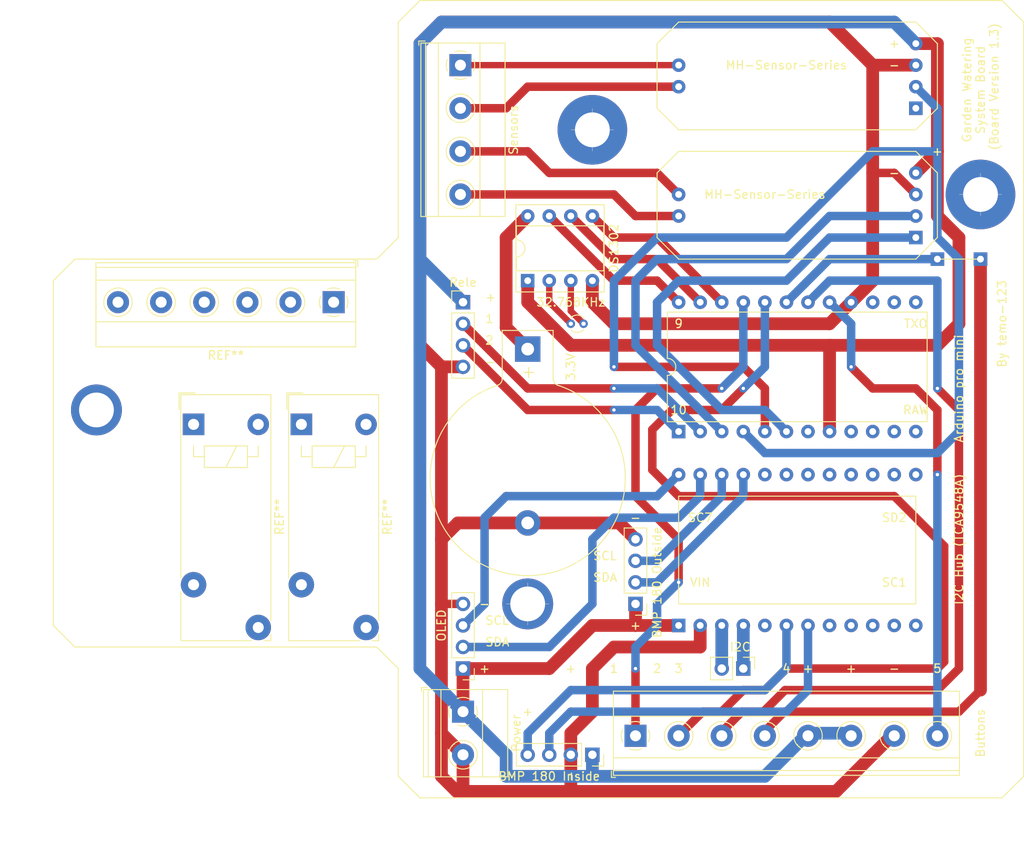
<source format=kicad_pcb>
(kicad_pcb (version 20221018) (generator pcbnew)
  (layers (0 "F.Cu" signal) (31 "B.Cu" signal) (34 "B.Paste" user) (35 "F.Paste" user) (36 "B.SilkS" user "B.Silkscreen") (37 "F.SilkS" user "F.Silkscreen") (38 "B.Mask" user) (39 "F.Mask" user) (44 "Edge.Cuts" user))
  (net 0 "")
  (footprint "" (layer "F.Cu") (at 147.32 86.36)
    (fp_text reference "" (at 0 0) (layer "F.SilkS") (effects (font (size 1.27 1.27))))
    (fp_text value "" (at 0 0) (layer "F.SilkS") (effects (font (size 1.27 1.27))))
    (pad "3" thru_hole oval (at 0 0 90) (size 1.6 1.6) (drill 0.8) (layers "*.Cu" "*.Mask"))
  )
  (footprint "" (layer "F.Cu") (at 127 86.36)
    (fp_text reference "" (at 0 0) (layer "F.SilkS") (effects (font (size 1.27 1.27))))
    (fp_text value "" (at 0 0) (layer "F.SilkS") (effects (font (size 1.27 1.27))))
    (pad "3" thru_hole oval (at 0 0 90) (size 1.6 1.6) (drill 0.8) (layers "*.Cu" "*.Mask"))
  )
  (footprint "" (layer "F.Cu") (at 124.46 40.64)
    (fp_text reference "" (at 0 0) (layer "F.SilkS") (effects (font (size 1.27 1.27))))
    (fp_text value "" (at 0 0) (layer "F.SilkS") (effects (font (size 1.27 1.27))))
    (pad "5" thru_hole oval (at 0 0 90) (size 1.6 1.6) (drill 0.8) (layers "*.Cu" "*.Mask"))
  )
  (footprint "" (layer "F.Cu") (at 134.62 86.36)
    (fp_text reference "" (at 0 0) (layer "F.SilkS") (effects (font (size 1.27 1.27))))
    (fp_text value "" (at 0 0) (layer "F.SilkS") (effects (font (size 1.27 1.27))))
    (pad "3" thru_hole oval (at 0 0 90) (size 1.6 1.6) (drill 0.8) (layers "*.Cu" "*.Mask"))
  )
  (footprint "Relay_THT:Relay_1-Form-A_Schrack-RYII_RM5mm" (layer "F.Cu") (at 67.32 80.44 -90)
    (fp_text reference "REF**" (at 10.9 -10.12 90) (layer "F.SilkS"))
    (fp_text value "Relay_1-Form-A_Schrack-RYII_RM5mm")
    (pad "11" thru_hole circle (at 18.9 0 270) (size 3 3) (drill 1.3) (layers "*.Cu" "*.Mask"))
    (pad "14" thru_hole circle (at 23.94 -7.62 270) (size 3 3) (drill 1.3) (layers "*.Cu" "*.Mask"))
    (pad "A1" thru_hole rect (at 0 0 270) (size 2.54 2.54) (drill 1.3) (layers "*.Cu" "*.Mask"))
    (pad "A2" thru_hole circle (at 0 -7.62 270) (size 2.54 2.54) (drill 1.3) (layers "*.Cu" "*.Mask"))
  )
  (footprint "TerminalBlock_Phoenix:TerminalBlock_Phoenix_MKDS-1,5-2-5.08_1x02_P5.08mm_Horizontal" (layer "F.Cu") (at 99.06 114.3 -90)
    (fp_text reference "Power" (at 2.54 -6.26 90) (layer "F.SilkS"))
    (fp_text value "Sensors")
    (pad "1" thru_hole rect (at 0 0 270) (size 2.6 2.6) (drill 1.3) (layers "*.Cu" "*.Mask"))
    (pad "2" thru_hole circle (at 5.08 0 270) (size 2.6 2.6) (drill 1.3) (layers "*.Cu" "*.Mask"))
  )
  (footprint "" (layer "F.Cu") (at 134.62 104.14)
    (fp_text reference "" (at 0 0) (layer "F.SilkS") (effects (font (size 1.27 1.27))))
    (fp_text value "" (at 0 0) (layer "F.SilkS") (effects (font (size 1.27 1.27))))
    (pad "3" thru_hole oval (at 0 0 90) (size 1.6 1.6) (drill 0.8) (layers "*.Cu" "*.Mask"))
  )
  (footprint "Connector_PinHeader_2.54mm:PinHeader_1x04_P2.54mm_Vertical" (layer "F.Cu") (at 99.06 66.04)
    (fp_text reference "Rele" (at 0 -2.33) (layer "F.SilkS"))
    (fp_text value "Rele")
    (pad "1" thru_hole rect (at 0 0) (size 1.7 1.7) (drill 1) (layers "*.Cu" "*.Mask"))
    (pad "2" thru_hole oval (at 0 2.54) (size 1.7 1.7) (drill 1) (layers "*.Cu" "*.Mask"))
    (pad "3" thru_hole oval (at 0 5.08) (size 1.7 1.7) (drill 1) (layers "*.Cu" "*.Mask"))
    (pad "4" thru_hole oval (at 0 7.62) (size 1.7 1.7) (drill 1) (layers "*.Cu" "*.Mask"))
  )
  (footprint "" (layer "F.Cu") (at 144.78 86.36)
    (fp_text reference "" (at 0 0) (layer "F.SilkS") (effects (font (size 1.27 1.27))))
    (fp_text value "" (at 0 0) (layer "F.SilkS") (effects (font (size 1.27 1.27))))
    (pad "3" thru_hole oval (at 0 0 90) (size 1.6 1.6) (drill 0.8) (layers "*.Cu" "*.Mask"))
  )
  (footprint "" (layer "F.Cu") (at 127 104.14)
    (fp_text reference "" (at 0 0) (layer "F.SilkS") (effects (font (size 1.27 1.27))))
    (fp_text value "" (at 0 0) (layer "F.SilkS") (effects (font (size 1.27 1.27))))
    (pad "3" thru_hole oval (at 0 0 90) (size 1.6 1.6) (drill 0.8) (layers "*.Cu" "*.Mask"))
  )
  (footprint "" (layer "F.Cu") (at 152.4 43.18)
    (fp_text reference "" (at 0 0) (layer "F.SilkS") (effects (font (size 1.27 1.27))))
    (fp_text value "" (at 0 0) (layer "F.SilkS") (effects (font (size 1.27 1.27))))
    (pad "1" thru_hole rect (at 0 0 90) (size 1.6 1.6) (drill 0.8) (layers "*.Cu" "*.Mask"))
  )
  (footprint "" (layer "F.Cu") (at 124.46 86.36)
    (fp_text reference "" (at 0 0) (layer "F.SilkS") (effects (font (size 1.27 1.27))))
    (fp_text value "" (at 0 0) (layer "F.SilkS") (effects (font (size 1.27 1.27))))
    (pad "3" thru_hole oval (at 0 0 90) (size 1.6 1.6) (drill 0.8) (layers "*.Cu" "*.Mask"))
  )
  (footprint "" (layer "F.Cu") (at 137.16 104.14)
    (fp_text reference "" (at 0 0) (layer "F.SilkS") (effects (font (size 1.27 1.27))))
    (fp_text value "" (at 0 0) (layer "F.SilkS") (effects (font (size 1.27 1.27))))
    (pad "3" thru_hole oval (at 0 0 90) (size 1.6 1.6) (drill 0.8) (layers "*.Cu" "*.Mask"))
  )
  (footprint "" (layer "F.Cu") (at 132.08 86.36)
    (fp_text reference "" (at 0 0) (layer "F.SilkS") (effects (font (size 1.27 1.27))))
    (fp_text value "" (at 0 0) (layer "F.SilkS") (effects (font (size 1.27 1.27))))
    (pad "3" thru_hole oval (at 0 0 90) (size 1.6 1.6) (drill 0.8) (layers "*.Cu" "*.Mask"))
  )
  (footprint "" (layer "F.Cu") (at 137.16 86.36)
    (fp_text reference "" (at 0 0) (layer "F.SilkS") (effects (font (size 1.27 1.27))))
    (fp_text value "" (at 0 0) (layer "F.SilkS") (effects (font (size 1.27 1.27))))
    (pad "3" thru_hole oval (at 0 0 90) (size 1.6 1.6) (drill 0.8) (layers "*.Cu" "*.Mask"))
  )
  (footprint "" (layer "F.Cu") (at 154.94 60.96)
    (fp_text reference "" (at 0 0) (layer "F.SilkS") (effects (font (size 1.27 1.27))))
    (fp_text value "" (at 0 0) (layer "F.SilkS") (effects (font (size 1.27 1.27))))
    (pad "1" thru_hole rect (at 0 0 90) (size 1.6 1.6) (drill 0.8) (layers "*.Cu" "*.Mask"))
  )
  (footprint "" (layer "F.Cu") (at 124.46 55.88)
    (fp_text reference "" (at 0 0) (layer "F.SilkS") (effects (font (size 1.27 1.27))))
    (fp_text value "" (at 0 0) (layer "F.SilkS") (effects (font (size 1.27 1.27))))
    (pad "5" thru_hole oval (at 0 0 90) (size 1.6 1.6) (drill 0.8) (layers "*.Cu" "*.Mask"))
  )
  (footprint "Relay_THT:Relay_1-Form-A_Schrack-RYII_RM5mm" (layer "F.Cu") (at 80.02 80.44 -90)
    (fp_text reference "REF**" (at 10.9 -10.12 90) (layer "F.SilkS"))
    (fp_text value "Relay_1-Form-A_Schrack-RYII_RM5mm")
    (pad "11" thru_hole circle (at 18.9 0 270) (size 3 3) (drill 1.3) (layers "*.Cu" "*.Mask"))
    (pad "14" thru_hole circle (at 23.94 -7.62 270) (size 3 3) (drill 1.3) (layers "*.Cu" "*.Mask"))
    (pad "A1" thru_hole rect (at 0 0 270) (size 2.54 2.54) (drill 1.3) (layers "*.Cu" "*.Mask"))
    (pad "A2" thru_hole circle (at 0 -7.62 270) (size 2.54 2.54) (drill 1.3) (layers "*.Cu" "*.Mask"))
  )
  (footprint "" (layer "F.Cu") (at 152.4 53.34)
    (fp_text reference "" (at 0 0) (layer "F.SilkS") (effects (font (size 1.27 1.27))))
    (fp_text value "" (at 0 0) (layer "F.SilkS") (effects (font (size 1.27 1.27))))
    (pad "3" thru_hole oval (at 0 0 90) (size 1.6 1.6) (drill 0.8) (layers "*.Cu" "*.Mask"))
  )
  (footprint "" (layer "F.Cu") (at 129.54 104.14)
    (fp_text reference "" (at 0 0) (layer "F.SilkS") (effects (font (size 1.27 1.27))))
    (fp_text value "" (at 0 0) (layer "F.SilkS") (effects (font (size 1.27 1.27))))
    (pad "3" thru_hole oval (at 0 0 90) (size 1.6 1.6) (drill 0.8) (layers "*.Cu" "*.Mask"))
  )
  (footprint "TerminalBlock_Phoenix:TerminalBlock_Phoenix_MKDS-1,5-4-5.08_1x04_P5.08mm_Horizontal" (layer "F.Cu") (at 98.755 38.1 -90)
    (fp_text reference "Sensors" (at 7.62 -6.26 90) (layer "F.SilkS"))
    (fp_text value "Sensors")
    (pad "1" thru_hole rect (at 0 0 270) (size 2.6 2.6) (drill 1.3) (layers "*.Cu" "*.Mask"))
    (pad "2" thru_hole circle (at 5.08 0 270) (size 2.6 2.6) (drill 1.3) (layers "*.Cu" "*.Mask"))
    (pad "3" thru_hole circle (at 10.16 0 270) (size 2.6 2.6) (drill 1.3) (layers "*.Cu" "*.Mask"))
    (pad "4" thru_hole circle (at 15.24 0 270) (size 2.6 2.6) (drill 1.3) (layers "*.Cu" "*.Mask"))
  )
  (footprint "" (layer "F.Cu") (at 152.4 55.88)
    (fp_text reference "" (at 0 0) (layer "F.SilkS") (effects (font (size 1.27 1.27))))
    (fp_text value "" (at 0 0) (layer "F.SilkS") (effects (font (size 1.27 1.27))))
    (pad "2" thru_hole oval (at 0 0 90) (size 1.6 1.6) (drill 0.8) (layers "*.Cu" "*.Mask"))
  )
  (footprint "" (layer "F.Cu") (at 152.4 38.1)
    (fp_text reference "" (at 0 0) (layer "F.SilkS") (effects (font (size 1.27 1.27))))
    (fp_text value "" (at 0 0) (layer "F.SilkS") (effects (font (size 1.27 1.27))))
    (pad "3" thru_hole oval (at 0 0 90) (size 1.6 1.6) (drill 0.8) (layers "*.Cu" "*.Mask"))
  )
  (footprint "" (layer "F.Cu") (at 132.08 104.14)
    (fp_text reference "" (at 0 0) (layer "F.SilkS") (effects (font (size 1.27 1.27))))
    (fp_text value "" (at 0 0) (layer "F.SilkS") (effects (font (size 1.27 1.27))))
    (pad "3" thru_hole oval (at 0 0 90) (size 1.6 1.6) (drill 0.8) (layers "*.Cu" "*.Mask"))
  )
  (footprint "" (layer "F.Cu") (at 124.46 104.14)
    (fp_text reference "" (at 0 0) (layer "F.SilkS") (effects (font (size 1.27 1.27))))
    (fp_text value "" (at 0 0) (layer "F.SilkS") (effects (font (size 1.27 1.27))))
    (pad "1" thru_hole rect (at 0 0 90) (size 1.6 1.6) (drill 0.8) (layers "*.Cu" "*.Mask"))
  )
  (footprint "" (layer "F.Cu") (at 149.86 86.36)
    (fp_text reference "" (at 0 0) (layer "F.SilkS") (effects (font (size 1.27 1.27))))
    (fp_text value "" (at 0 0) (layer "F.SilkS") (effects (font (size 1.27 1.27))))
    (pad "3" thru_hole oval (at 0 0 90) (size 1.6 1.6) (drill 0.8) (layers "*.Cu" "*.Mask"))
  )
  (footprint "" (layer "F.Cu") (at 152.4 86.36)
    (fp_text reference "" (at 0 0) (layer "F.SilkS") (effects (font (size 1.27 1.27))))
    (fp_text value "" (at 0 0) (layer "F.SilkS") (effects (font (size 1.27 1.27))))
    (pad "3" thru_hole oval (at 0 0 90) (size 1.6 1.6) (drill 0.8) (layers "*.Cu" "*.Mask"))
  )
  (footprint "Connector_PinSocket_2.54mm:PinSocket_1x04_P2.54mm_Vertical" (layer "F.Cu") (at 114.3 119.38 -90)
    (fp_text reference "BMP 180 Inside" (at 2.54 5.08 180) (layer "F.SilkS"))
    (fp_text value "PinSocket_1x04_P2.54mm_Vertical")
    (pad "1" thru_hole rect (at 0 0 270) (size 1.7 1.7) (drill 1) (layers "*.Cu" "*.Mask"))
    (pad "2" thru_hole oval (at 0 2.54 270) (size 1.7 1.7) (drill 1) (layers "*.Cu" "*.Mask"))
    (pad "3" thru_hole oval (at 0 5.08 270) (size 1.7 1.7) (drill 1) (layers "*.Cu" "*.Mask"))
    (pad "4" thru_hole oval (at 0 7.62 270) (size 1.7 1.7) (drill 1) (layers "*.Cu" "*.Mask"))
  )
  (footprint "Connector_PinHeader_2.54mm:PinHeader_1x04_P2.54mm_Vertical" (layer "F.Cu") (at 119.38 101.6 180)
    (fp_text reference "BMP 180 Outside" (at -2.54 2.54 90) (layer "F.SilkS"))
    (fp_text value "Outside termo sensor")
    (pad "1" thru_hole rect (at 0 0 180) (size 1.7 1.7) (drill 1) (layers "*.Cu" "*.Mask"))
    (pad "2" thru_hole oval (at 0 2.54 180) (size 1.7 1.7) (drill 1) (layers "*.Cu" "*.Mask"))
    (pad "3" thru_hole oval (at 0 5.08 180) (size 1.7 1.7) (drill 1) (layers "*.Cu" "*.Mask"))
    (pad "4" thru_hole oval (at 0 7.62 180) (size 1.7 1.7) (drill 1) (layers "*.Cu" "*.Mask"))
  )
  (footprint "" (layer "F.Cu") (at 142.24 86.36)
    (fp_text reference "" (at 0 0) (layer "F.SilkS") (effects (font (size 1.27 1.27))))
    (fp_text value "" (at 0 0) (layer "F.SilkS") (effects (font (size 1.27 1.27))))
    (pad "3" thru_hole oval (at 0 0 90) (size 1.6 1.6) (drill 0.8) (layers "*.Cu" "*.Mask"))
  )
  (footprint "Package_DIP:DIP-24_W15.24mm" (layer "F.Cu") (at 124.46 81.285 90)
    (fp_text reference "Arduino pro mini" (at 5.08 33.02 90) (layer "F.SilkS"))
    (fp_text value "Arduino mini")
    (pad "1" thru_hole rect (at 0 0 90) (size 1.6 1.6) (drill 0.8) (layers "*.Cu" "*.Mask"))
    (pad "2" thru_hole oval (at 0 2.54 90) (size 1.6 1.6) (drill 0.8) (layers "*.Cu" "*.Mask"))
    (pad "3" thru_hole oval (at 0 5.08 90) (size 1.6 1.6) (drill 0.8) (layers "*.Cu" "*.Mask"))
    (pad "4" thru_hole oval (at 0 7.62 90) (size 1.6 1.6) (drill 0.8) (layers "*.Cu" "*.Mask"))
    (pad "5" thru_hole oval (at 0 10.16 90) (size 1.6 1.6) (drill 0.8) (layers "*.Cu" "*.Mask"))
    (pad "6" thru_hole oval (at 0 12.7 90) (size 1.6 1.6) (drill 0.8) (layers "*.Cu" "*.Mask"))
    (pad "7" thru_hole oval (at 0 15.24 90) (size 1.6 1.6) (drill 0.8) (layers "*.Cu" "*.Mask"))
    (pad "8" thru_hole oval (at 0 17.78 90) (size 1.6 1.6) (drill 0.8) (layers "*.Cu" "*.Mask"))
    (pad "9" thru_hole oval (at 0 20.32 90) (size 1.6 1.6) (drill 0.8) (layers "*.Cu" "*.Mask"))
    (pad "10" thru_hole oval (at 0 22.86 90) (size 1.6 1.6) (drill 0.8) (layers "*.Cu" "*.Mask"))
    (pad "11" thru_hole oval (at 0 25.4 90) (size 1.6 1.6) (drill 0.8) (layers "*.Cu" "*.Mask"))
    (pad "12" thru_hole oval (at 0 27.94 90) (size 1.6 1.6) (drill 0.8) (layers "*.Cu" "*.Mask"))
    (pad "13" thru_hole oval (at 15.24 27.94 90) (size 1.6 1.6) (drill 0.8) (layers "*.Cu" "*.Mask"))
    (pad "14" thru_hole oval (at 15.24 25.4 90) (size 1.6 1.6) (drill 0.8) (layers "*.Cu" "*.Mask"))
    (pad "15" thru_hole oval (at 15.24 22.86 90) (size 1.6 1.6) (drill 0.8) (layers "*.Cu" "*.Mask"))
    (pad "16" thru_hole oval (at 15.24 20.32 90) (size 1.6 1.6) (drill 0.8) (layers "*.Cu" "*.Mask"))
    (pad "17" thru_hole oval (at 15.24 17.78 90) (size 1.6 1.6) (drill 0.8) (layers "*.Cu" "*.Mask"))
    (pad "18" thru_hole oval (at 15.24 15.24 90) (size 1.6 1.6) (drill 0.8) (layers "*.Cu" "*.Mask"))
    (pad "19" thru_hole oval (at 15.24 12.7 90) (size 1.6 1.6) (drill 0.8) (layers "*.Cu" "*.Mask"))
    (pad "20" thru_hole oval (at 15.24 10.16 90) (size 1.6 1.6) (drill 0.8) (layers "*.Cu" "*.Mask"))
    (pad "21" thru_hole oval (at 15.24 7.62 90) (size 1.6 1.6) (drill 0.8) (layers "*.Cu" "*.Mask"))
    (pad "22" thru_hole oval (at 15.24 5.08 90) (size 1.6 1.6) (drill 0.8) (layers "*.Cu" "*.Mask"))
    (pad "23" thru_hole oval (at 15.24 2.54 90) (size 1.6 1.6) (drill 0.8) (layers "*.Cu" "*.Mask"))
    (pad "24" thru_hole oval (at 15.24 0 90) (size 1.6 1.6) (drill 0.8) (layers "*.Cu" "*.Mask"))
  )
  (footprint "TerminalBlock_Phoenix:TerminalBlock_Phoenix_MKDS-1,5-8-5.08_1x08_P5.08mm_Horizontal" (layer "F.Cu") (at 119.38 117.145)
    (fp_text reference "Buttons" (at 40.64 -0.305 90) (layer "F.SilkS"))
    (fp_text value "Buttons")
    (pad "1" thru_hole rect (at 0 0) (size 2.6 2.6) (drill 1.3) (layers "*.Cu" "*.Mask"))
    (pad "2" thru_hole circle (at 5.08 0) (size 2.6 2.6) (drill 1.3) (layers "*.Cu" "*.Mask"))
    (pad "3" thru_hole circle (at 10.16 0) (size 2.6 2.6) (drill 1.3) (layers "*.Cu" "*.Mask"))
    (pad "4" thru_hole circle (at 15.24 0) (size 2.6 2.6) (drill 1.3) (layers "*.Cu" "*.Mask"))
    (pad "5" thru_hole circle (at 20.32 0) (size 2.6 2.6) (drill 1.3) (layers "*.Cu" "*.Mask"))
    (pad "6" thru_hole circle (at 25.4 0) (size 2.6 2.6) (drill 1.3) (layers "*.Cu" "*.Mask"))
    (pad "7" thru_hole circle (at 30.48 0) (size 2.6 2.6) (drill 1.3) (layers "*.Cu" "*.Mask"))
    (pad "8" thru_hole circle (at 35.56 0) (size 2.6 2.6) (drill 1.3) (layers "*.Cu" "*.Mask"))
  )
  (footprint "" (layer "F.Cu") (at 139.7 86.36)
    (fp_text reference "" (at 0 0) (layer "F.SilkS") (effects (font (size 1.27 1.27))))
    (fp_text value "" (at 0 0) (layer "F.SilkS") (effects (font (size 1.27 1.27))))
    (pad "3" thru_hole oval (at 0 0 90) (size 1.6 1.6) (drill 0.8) (layers "*.Cu" "*.Mask"))
  )
  (footprint "" (layer "F.Cu") (at 139.7 104.14)
    (fp_text reference "" (at 0 0) (layer "F.SilkS") (effects (font (size 1.27 1.27))))
    (fp_text value "" (at 0 0) (layer "F.SilkS") (effects (font (size 1.27 1.27))))
    (pad "3" thru_hole oval (at 0 0 90) (size 1.6 1.6) (drill 0.8) (layers "*.Cu" "*.Mask"))
  )
  (footprint "Crystal:Crystal_DS10_D1.0mm_L4.3mm_Vertical" (layer "F.Cu") (at 111.76 68.58)
    (fp_text reference "32.768KHz" (at 0 -2.54 180) (layer "F.SilkS"))
    (fp_text value " ")
    (pad "1" thru_hole circle (at 0 0) (size 1 1) (drill 0.5) (layers "*.Cu" "*.Mask"))
    (pad "2" thru_hole circle (at 1.5 0) (size 1 1) (drill 0.5) (layers "*.Cu" "*.Mask"))
  )
  (footprint "" (layer "F.Cu") (at 142.24 104.14)
    (fp_text reference "" (at 0 0) (layer "F.SilkS") (effects (font (size 1.27 1.27))))
    (fp_text value "" (at 0 0) (layer "F.SilkS") (effects (font (size 1.27 1.27))))
    (pad "3" thru_hole oval (at 0 0 90) (size 1.6 1.6) (drill 0.8) (layers "*.Cu" "*.Mask"))
  )
  (footprint "Connector_PinHeader_2.54mm:PinHeader_1x02_P2.54mm_Vertical" (layer "F.Cu") (at 132.08 109.22 -90)
    (fp_text reference "I2C " (at -2.54 0 180) (layer "F.SilkS"))
    (fp_text value "I2C")
    (pad "1" thru_hole rect (at 0 0 270) (size 1.7 1.7) (drill 1) (layers "*.Cu" "*.Mask"))
    (pad "2" thru_hole oval (at 0 2.54 270) (size 1.7 1.7) (drill 1) (layers "*.Cu" "*.Mask"))
  )
  (footprint "" (layer "F.Cu") (at 124.46 38.1)
    (fp_text reference "" (at 0 0) (layer "F.SilkS") (effects (font (size 1.27 1.27))))
    (fp_text value "" (at 0 0) (layer "F.SilkS") (effects (font (size 1.27 1.27))))
    (pad "6" thru_hole oval (at 0 0 90) (size 1.6 1.6) (drill 0.8) (layers "*.Cu" "*.Mask"))
  )
  (footprint "" (layer "F.Cu") (at 129.54 86.36)
    (fp_text reference "" (at 0 0) (layer "F.SilkS") (effects (font (size 1.27 1.27))))
    (fp_text value "" (at 0 0) (layer "F.SilkS") (effects (font (size 1.27 1.27))))
    (pad "3" thru_hole oval (at 0 0 90) (size 1.6 1.6) (drill 0.8) (layers "*.Cu" "*.Mask"))
  )
  (footprint "" (layer "F.Cu") (at 149.86 104.14)
    (fp_text reference "" (at 0 0) (layer "F.SilkS") (effects (font (size 1.27 1.27))))
    (fp_text value "" (at 0 0) (layer "F.SilkS") (effects (font (size 1.27 1.27))))
    (pad "3" thru_hole oval (at 0 0 90) (size 1.6 1.6) (drill 0.8) (layers "*.Cu" "*.Mask"))
  )
  (footprint "Battery:BatteryHolder_Keystone_103_1x20mm" (layer "F.Cu") (at 106.68 71.567584 -90)
    (fp_text reference "3.3V" (at 2.092416 -5.08 90) (layer "F.SilkS"))
    (fp_text value "3.3v (CR2025)")
    (fp_text user "+" (at 2.75 0 90) (layer "F.SilkS") (effects (font (size 1.5 1.5))))
    (pad "1" thru_hole rect (at 0 0 270) (size 3 3) (drill 1.5) (layers "*.Cu" "*.Mask"))
    (pad "2" thru_hole circle (at 20.49 0 270) (size 3 3) (drill 1.5) (layers "*.Cu" "*.Mask"))
  )
  (footprint "Connector_PinHeader_2.54mm:PinHeader_1x04_P2.54mm_Vertical" (layer "F.Cu") (at 99.06 109.22 180)
    (fp_text reference "OLED" (at 2.54 5.08 90) (layer "F.SilkS"))
    (fp_text value "oled")
    (pad "1" thru_hole rect (at 0 0 180) (size 1.7 1.7) (drill 1) (layers "*.Cu" "*.Mask"))
    (pad "2" thru_hole oval (at 0 2.54 180) (size 1.7 1.7) (drill 1) (layers "*.Cu" "*.Mask"))
    (pad "3" thru_hole oval (at 0 5.08 180) (size 1.7 1.7) (drill 1) (layers "*.Cu" "*.Mask"))
    (pad "4" thru_hole oval (at 0 7.62 180) (size 1.7 1.7) (drill 1) (layers "*.Cu" "*.Mask"))
  )
  (footprint "" (layer "F.Cu") (at 152.4 35.56)
    (fp_text reference "" (at 0 0) (layer "F.SilkS") (effects (font (size 1.27 1.27))))
    (fp_text value "" (at 0 0) (layer "F.SilkS") (effects (font (size 1.27 1.27))))
    (pad "4" thru_hole oval (at 0 0 90) (size 1.6 1.6) (drill 0.8) (layers "*.Cu" "*.Mask"))
  )
  (footprint "" (layer "F.Cu") (at 147.32 104.14)
    (fp_text reference "" (at 0 0) (layer "F.SilkS") (effects (font (size 1.27 1.27))))
    (fp_text value "" (at 0 0) (layer "F.SilkS") (effects (font (size 1.27 1.27))))
    (pad "3" thru_hole oval (at 0 0 90) (size 1.6 1.6) (drill 0.8) (layers "*.Cu" "*.Mask"))
  )
  (footprint "Package_DIP:DIP-8_W7.62mm_Socket" (layer "F.Cu") (at 106.68 63.5 90)
    (fp_text reference "DS1302" (at 3.81 10.16 90) (layer "F.SilkS"))
    (fp_text value "Socket for DS1302")
    (pad "1" thru_hole rect (at 0 0 90) (size 1.6 1.6) (drill 0.8) (layers "*.Cu" "*.Mask"))
    (pad "2" thru_hole oval (at 0 2.54 90) (size 1.6 1.6) (drill 0.8) (layers "*.Cu" "*.Mask"))
    (pad "3" thru_hole oval (at 0 5.08 90) (size 1.6 1.6) (drill 0.8) (layers "*.Cu" "*.Mask"))
    (pad "4" thru_hole oval (at 0 7.62 90) (size 1.6 1.6) (drill 0.8) (layers "*.Cu" "*.Mask"))
    (pad "5" thru_hole oval (at 7.62 7.62 90) (size 1.6 1.6) (drill 0.8) (layers "*.Cu" "*.Mask"))
    (pad "6" thru_hole oval (at 7.62 5.08 90) (size 1.6 1.6) (drill 0.8) (layers "*.Cu" "*.Mask"))
    (pad "7" thru_hole oval (at 7.62 2.54 90) (size 1.6 1.6) (drill 0.8) (layers "*.Cu" "*.Mask"))
    (pad "8" thru_hole oval (at 7.62 0 90) (size 1.6 1.6) (drill 0.8) (layers "*.Cu" "*.Mask"))
  )
  (footprint "TerminalBlock_Phoenix:TerminalBlock_Phoenix_MKDS-1,5-6-5.08_1x06_P5.08mm_Horizontal" (layer "F.Cu") (at 83.82 66.04 180)
    (fp_text reference "REF**" (at 12.7 -6.26) (layer "F.SilkS"))
    (fp_text value "TerminalBlock_Phoenix_MKDS-1,5-6-5.08_1x06_P5.08mm_Horizontal")
    (pad "1" thru_hole rect (at 0 0 180) (size 2.6 2.6) (drill 1.3) (layers "*.Cu" "*.Mask"))
    (pad "2" thru_hole circle (at 5.08 0 180) (size 2.6 2.6) (drill 1.3) (layers "*.Cu" "*.Mask"))
    (pad "3" thru_hole circle (at 10.16 0 180) (size 2.6 2.6) (drill 1.3) (layers "*.Cu" "*.Mask"))
    (pad "4" thru_hole circle (at 15.24 0 180) (size 2.6 2.6) (drill 1.3) (layers "*.Cu" "*.Mask"))
    (pad "5" thru_hole circle (at 20.32 0 180) (size 2.6 2.6) (drill 1.3) (layers "*.Cu" "*.Mask"))
    (pad "6" thru_hole circle (at 25.4 0 180) (size 2.6 2.6) (drill 1.3) (layers "*.Cu" "*.Mask"))
  )
  (footprint "" (layer "F.Cu") (at 144.78 104.14)
    (fp_text reference "" (at 0 0) (layer "F.SilkS") (effects (font (size 1.27 1.27))))
    (fp_text value "" (at 0 0) (layer "F.SilkS") (effects (font (size 1.27 1.27))))
    (pad "3" thru_hole oval (at 0 0 90) (size 1.6 1.6) (drill 0.8) (layers "*.Cu" "*.Mask"))
  )
  (footprint "" (layer "F.Cu") (at 152.4 104.14)
    (fp_text reference "" (at 0 0) (layer "F.SilkS") (effects (font (size 1.27 1.27))))
    (fp_text value "" (at 0 0) (layer "F.SilkS") (effects (font (size 1.27 1.27))))
    (pad "3" thru_hole oval (at 0 0 90) (size 1.6 1.6) (drill 0.8) (layers "*.Cu" "*.Mask"))
  )
  (footprint "" (layer "F.Cu") (at 152.4 40.64)
    (fp_text reference "" (at 0 0) (layer "F.SilkS") (effects (font (size 1.27 1.27))))
    (fp_text value "" (at 0 0) (layer "F.SilkS") (effects (font (size 1.27 1.27))))
    (pad "2" thru_hole oval (at 0 0 90) (size 1.6 1.6) (drill 0.8) (layers "*.Cu" "*.Mask"))
  )
  (footprint "" (layer "F.Cu") (at 160.02 60.96)
    (fp_text reference "" (at 0 0) (layer "F.SilkS") (effects (font (size 1.27 1.27))))
    (fp_text value "" (at 0 0) (layer "F.SilkS") (effects (font (size 1.27 1.27))))
    (pad "1" thru_hole rect (at 0 0 90) (size 1.6 1.6) (drill 0.8) (layers "*.Cu" "*.Mask"))
  )
  (footprint "" (layer "F.Cu") (at 124.46 53.34)
    (fp_text reference "" (at 0 0) (layer "F.SilkS") (effects (font (size 1.27 1.27))))
    (fp_text value "" (at 0 0) (layer "F.SilkS") (effects (font (size 1.27 1.27))))
    (pad "6" thru_hole oval (at 0 0 90) (size 1.6 1.6) (drill 0.8) (layers "*.Cu" "*.Mask"))
  )
  (footprint "" (layer "F.Cu") (at 152.4 58.42)
    (fp_text reference "" (at 0 0) (layer "F.SilkS") (effects (font (size 1.27 1.27))))
    (fp_text value "" (at 0 0) (layer "F.SilkS") (effects (font (size 1.27 1.27))))
    (pad "1" thru_hole rect (at 0 0 90) (size 1.6 1.6) (drill 0.8) (layers "*.Cu" "*.Mask"))
  )
  (footprint "" (layer "F.Cu") (at 152.4 50.8)
    (fp_text reference "" (at 0 0) (layer "F.SilkS") (effects (font (size 1.27 1.27))))
    (fp_text value "" (at 0 0) (layer "F.SilkS") (effects (font (size 1.27 1.27))))
    (pad "4" thru_hole oval (at 0 0 90) (size 1.6 1.6) (drill 0.8) (layers "*.Cu" "*.Mask"))
  )
  (gr_circle (center 104.14 63.5) (end 104.14 63.5) (stroke (width 0.2)) (fill none) (layer "F.Cu"))
  (gr_line (start 154.94 60.96) (end 160.02 60.96) (stroke (width 0.12)) (layer "F.SilkS"))
  (gr_line (start 152.4 48.26) (end 154.94 50.8) (stroke (width 0.12)) (layer "F.SilkS"))
  (gr_line (start 91.44 58.42) (end 91.44 33.02) (stroke (width 0.12)) (layer "F.SilkS"))
  (gr_line (start 165.1 121.92) (end 165.1 33.02) (stroke (width 0.12)) (layer "F.SilkS"))
  (gr_line (start 152.4 60.96) (end 124.46 60.96) (stroke (width 0.12)) (layer "F.SilkS"))
  (gr_line (start 152.4 33.02) (end 124.46 33.02) (stroke (width 0.12)) (layer "F.SilkS"))
  (gr_line (start 88.9 60.96) (end 53.34 60.96) (stroke (width 0.12)) (layer "F.SilkS"))
  (gr_line (start 53.34 106.68) (end 50.8 104.14) (stroke (width 0.12)) (layer "F.SilkS"))
  (gr_line (start 91.44 121.92) (end 91.44 109.22) (stroke (width 0.12)) (layer "F.SilkS"))
  (gr_line (start 93.98 124.46) (end 91.44 121.92) (stroke (width 0.12)) (layer "F.SilkS"))
  (gr_line (start 121.92 43.18) (end 124.46 45.72) (stroke (width 0.12)) (layer "F.SilkS"))
  (gr_line (start 154.94 50.8) (end 154.94 58.42) (stroke (width 0.12)) (layer "F.SilkS"))
  (gr_line (start 162.56 30.48) (end 93.98 30.48) (stroke (width 0.12)) (layer "F.SilkS"))
  (gr_line (start 154.94 35.56) (end 152.4 33.02) (stroke (width 0.12)) (layer "F.SilkS"))
  (gr_line (start 53.34 106.68) (end 88.9 106.68) (stroke (width 0.12)) (layer "F.SilkS"))
  (gr_line (start 154.94 58.42) (end 152.4 60.96) (stroke (width 0.12)) (layer "F.SilkS"))
  (gr_line (start 50.8 104.14) (end 50.8 63.5) (stroke (width 0.12)) (layer "F.SilkS"))
  (gr_line (start 124.46 60.96) (end 121.92 58.42) (stroke (width 0.12)) (layer "F.SilkS"))
  (gr_line (start 93.98 124.46) (end 162.56 124.46) (stroke (width 0.12)) (layer "F.SilkS"))
  (gr_line (start 53.34 60.96) (end 50.8 63.5) (stroke (width 0.12)) (layer "F.SilkS"))
  (gr_line (start 91.44 58.42) (end 88.9 60.96) (stroke (width 0.12)) (layer "F.SilkS"))
  (gr_line (start 162.56 124.46) (end 165.1 121.92) (stroke (width 0.12)) (layer "F.SilkS"))
  (gr_line (start 121.92 58.42) (end 121.92 50.8) (stroke (width 0.12)) (layer "F.SilkS"))
  (gr_line (start 91.44 109.22) (end 88.9 106.68) (stroke (width 0.12)) (layer "F.SilkS"))
  (gr_line (start 124.46 48.26) (end 152.4 48.26) (stroke (width 0.12)) (layer "F.SilkS"))
  (gr_line (start 165.1 33.02) (end 162.56 30.48) (stroke (width 0.12)) (layer "F.SilkS"))
  (gr_line (start 152.4 45.72) (end 154.94 43.18) (stroke (width 0.12)) (layer "F.SilkS"))
  (gr_line (start 154.94 43.18) (end 154.94 35.56) (stroke (width 0.12)) (layer "F.SilkS"))
  (gr_rect (start 124.46 88.9) (end 152.4 101.6) (stroke (width 0.12)) (fill none) (layer "F.SilkS"))
  (gr_line (start 91.44 33.02) (end 93.98 30.48) (stroke (width 0.12)) (layer "F.SilkS"))
  (gr_line (start 124.46 45.72) (end 152.4 45.72) (stroke (width 0.12)) (layer "F.SilkS"))
  (gr_line (start 121.92 50.8) (end 124.46 48.26) (stroke (width 0.12)) (layer "F.SilkS"))
  (gr_line (start 121.92 35.56) (end 121.92 43.18) (stroke (width 0.12)) (layer "F.SilkS"))
  (gr_line (start 124.46 33.02) (end 121.92 35.56) (stroke (width 0.12)) (layer "F.SilkS"))
  (gr_text "-" (at 149.86 109.22) (layer "F.SilkS") (effects (font (size 1 1))))
  (gr_text "4" (at 137.16 109.22) (layer "F.SilkS") (effects (font (size 1 1))))
  (gr_text "+" (at 111.76 109.22) (layer "F.SilkS") (effects (font (size 1 1))))
  (gr_text "1\n" (at 101.6 68.58) (layer "F.SilkS") (effects (font (size 1 1)) (justify left bottom)))
  (gr_text "+" (at 119.38 104.14) (layer "F.SilkS") (effects (font (size 1 1))))
  (gr_text "+" (at 144.78 109.22) (layer "F.SilkS") (effects (font (size 1 1))))
  (gr_text "SDA" (at 114.3 99.06) (layer "F.SilkS") (effects (font (size 1 1)) (justify left bottom)))
  (gr_text "MH-Sensor-Series" (at 137.16 38.1) (layer "F.SilkS") (effects (font (size 1 1))))
  (gr_text "+" (at 154.94 48.26) (layer "F.SilkS") (effects (font (size 1 1))))
  (gr_text "1" (at 116.84 109.22) (layer "F.SilkS") (effects (font (size 1 1))))
  (gr_text "-" (at 101.6 73.66) (layer "F.SilkS") (effects (font (size 1 1)) (justify left bottom)))
  (gr_text "-" (at 106.68 119.38 90) (layer "F.SilkS") (effects (font (size 1 1))))
  (gr_text "5" (at 154.94 109.22) (layer "F.SilkS") (effects (font (size 1 1))))
  (gr_text "SDA" (at 101.6 106.68) (layer "F.SilkS") (effects (font (size 1 1)) (justify left bottom)))
  (gr_text "I2C Hub (TCA9548A)" (at 157.48 93.98 90) (layer "F.SilkS") (effects (font (size 1 1))))
  (gr_text "-" (at 149.86 38.1) (layer "F.SilkS") (effects (font (size 1 1))))
  (gr_text "-" (at 149.86 50.8) (layer "F.SilkS") (effects (font (size 1 1))))
  (gr_text "2" (at 121.92 109.22) (layer "F.SilkS") (effects (font (size 1 1))))
  (gr_text "+" (at 101.6 66.04) (layer "F.SilkS") (effects (font (size 1 1)) (justify left bottom)))
  (gr_text "-" (at 101.6 101.6) (layer "F.SilkS") (effects (font (size 1 1))))
  (gr_text "2\n" (at 101.6 71.12) (layer "F.SilkS") (effects (font (size 1 1)) (justify left bottom)))
  (gr_text "Garden Watering \nSystem Board \n(Board Version 1.3)" (at 160.02 40.64 90) (layer "F.SilkS") (effects (font (size 1 1))))
  (gr_text "9" (at 124.46 68.58) (layer "F.SilkS") (effects (font (size 1 1))))
  (gr_text "SC7" (at 127 91.44) (layer "F.SilkS") (effects (font (size 1 1))))
  (gr_text "SCL" (at 101.6 104.14) (layer "F.SilkS") (effects (font (size 1 1)) (justify left bottom)))
  (gr_text "+" (at 101.6 109.22) (layer "F.SilkS") (effects (font (size 1 1))))
  (gr_text "SCL\n" (at 114.3 96.52) (layer "F.SilkS") (effects (font (size 1 1)) (justify left bottom)))
  (gr_text "RAW\n" (at 152.4 78.74) (layer "F.SilkS") (effects (font (size 1 1))))
  (gr_text "SD2" (at 149.86 91.44) (layer "F.SilkS") (effects (font (size 1 1))))
  (gr_text "10" (at 124.46 78.74) (layer "F.SilkS") (effects (font (size 1 1))))
  (gr_text "3" (at 124.46 109.22) (layer "F.SilkS") (effects (font (size 1 1))))
  (gr_text "-" (at 119.38 91.44) (layer "F.SilkS") (effects (font (size 1 1))))
  (gr_text "+" (at 106.68 114.3) (layer "F.SilkS") (effects (font (size 1 1))))
  (gr_text "+" (at 149.86 35.56) (layer "F.SilkS") (effects (font (size 1 1))))
  (gr_text "+" (at 139.7 109.22) (layer "F.SilkS") (effects (font (size 1 1))))
  (gr_text "TXO" (at 152.4 68.58) (layer "F.SilkS") (effects (font (size 1 1))))
  (gr_text "SC1\n" (at 149.86 99.06) (layer "F.SilkS") (effects (font (size 1 1))))
  (gr_text "By temo-123" (at 162.56 68.58 90) (layer "F.SilkS") (effects (font (size 1 1))))
  (gr_text "VIN" (at 127 99.06) (layer "F.SilkS") (effects (font (size 1 1))))
  (gr_text "-" (at 111.76 121.92 90) (layer "F.SilkS") (effects (font (size 1 1))))
  (gr_text "MH-Sensor-Series" (at 134.62 53.34) (layer "F.SilkS") (effects (font (size 1 1))))
  (target plus (at 114.3 45.72) (size 5) (width 0.05) (layer "Edge.Cuts"))
  (target plus (at 160.02 53.34) (size 5) (width 0.05) (layer "Edge.Cuts"))
  (target plus (at 106.68 101.6) (size 5) (width 0.05) (layer "Edge.Cuts"))
  (segment (start 127.305 114.3) (end 124.46 117.145) (width 1) (layer "F.Cu") (net 0))
  (segment (start 96.52 93.98) (end 96.52 101.6) (width 1.5) (layer "F.Cu") (net 0))
  (segment (start 154.94 48.26) (end 154.94 55.88) (width 1.5) (layer "F.Cu") (net 0))
  (segment (start 114.3 114.3) (end 114.3 109.22) (width 1.5) (layer "F.Cu") (net 0))
  (segment (start 129.54 78.74) (end 123.66804 78.74) (width 1) (layer "F.Cu") (net 0))
  (segment (start 116.84 58.42) (end 121.92 58.42) (width 1) (layer "F.Cu") (net 0))
  (segment (start 109.22 50.8) (end 121.92 50.8) (width 1) (layer "F.Cu") (net 0))
  (segment (start 149.86 50.8) (end 147.32 50.8) (width 1) (layer "F.Cu") (net 0))
  (segment (start 104.14 58.42) (end 106.68 55.88) (width 1.5) (layer "F.Cu") (net 0))
  (segment (start 111.76 119.38) (end 111.76 116.84) (width 1.5) (layer "F.Cu") (net 0))
  (segment (start 116.84 78.74) (end 106.68 78.74) (width 1) (layer "F.Cu") (net 0))
  (segment (start 152.4 50.8) (end 154.94 48.26) (width 1.5) (layer "F.Cu") (net 0))
  (segment (start 134.46 114.3) (end 137 111.76) (width 1) (layer "F.Cu") (net 0))
  (segment (start 147.32 63.5) (end 147.32 50.8) (width 1.5) (layer "F.Cu") (net 0))
  (segment (start 143 123.7) (end 147.32 119.38) (width 1.5) (layer "F.Cu") (net 0))
  (segment (start 124.46 40.64) (end 106.68 40.64) (width 1) (layer "F.Cu") (net 0))
  (segment (start 121.92 58.42) (end 129.54 66.04) (width 1) (layer "F.Cu") (net 0))
  (segment (start 109.22 109.22) (end 114.3 104.14) (width 1.5) (layer "F.Cu") (net 0))
  (segment (start 106.68 92.057584) (end 98.442416 92.057584) (width 1.5) (layer "F.Cu") (net 0))
  (segment (start 104.14 43.18) (end 98.755 43.18) (width 1) (layer "F.Cu") (net 0))
  (segment (start 142.24 71.12) (end 111.76 71.12) (width 1.5) (layer "F.Cu") (net 0))
  (segment (start 121.36 81.04804) (end 121.36 85.8) (width 1) (layer "F.Cu") (net 0))
  (segment (start 121.36 85.8) (end 124.46 88.9) (width 1) (layer "F.Cu") (net 0))
  (segment (start 142.24 33.02) (end 144.78 35.56) (width 1.5) (layer "F.Cu") (net 0))
  (segment (start 96.52 116.84) (end 99.06 119.38) (width 1.5) (layer "F.Cu") (net 0))
  (segment (start 111.76 123.7) (end 99.06 123.7) (width 1.5) (layer "F.Cu") (net 0))
  (segment (start 154.94 55.88) (end 157.48 58.42) (width 1.5) (layer "F.Cu") (net 0))
  (segment (start 142.24 71.12) (end 142.24 81.285) (width 1.5) (layer "F.Cu") (net 0))
  (segment (start 119.38 104.14) (end 119.38 101.6) (width 1.5) (layer "F.Cu") (net 0))
  (segment (start 127 106.68) (end 127 104.14) (width 1.5) (layer "F.Cu") (net 0))
  (segment (start 155.74 94.78) (end 155.74 108.42) (width 1) (layer "F.Cu") (net 0))
  (segment (start 114.3 66.04) (end 116.84 68.58) (width 1.5) (layer "F.Cu") (net 0))
  (segment (start 155.74 108.42) (end 154.94 109.22) (width 1) (layer "F.Cu") (net 0))
  (segment (start 106.68 76.2) (end 99.06 68.58) (width 1) (layer "F.Cu") (net 0))
  (segment (start 106.68 92.057584) (end 117.457584 92.057584) (width 1.5) (layer "F.Cu") (net 0))
  (segment (start 109.22 66.04) (end 109.22 63.5) (width 0.75) (layer "F.Cu") (net 0))
  (segment (start 114.3 109.22) (end 116.84 106.68) (width 1.5) (layer "F.Cu") (net 0))
  (segment (start 111.76 123.7) (end 114.3 123.7) (width 1.5) (layer "F.Cu") (net 0))
  (segment (start 96.52 101.6) (end 99.06 101.6) (width 1) (layer "F.Cu") (net 0))
  (segment (start 147.32 76.2) (end 144.78 73.66) (width 1) (layer "F.Cu") (net 0))
  (segment (start 119.38 78.74) (end 119.38 88.9) (width 1) (layer "F.Cu") (net 0))
  (segment (start 152.4 71.125) (end 152.4 71.12) (width 1) (layer "F.Cu") (net 0))
  (segment (start 160.02 60.96) (end 160.02 111.76) (width 1.5) (layer "F.Cu") (net 0))
  (segment (start 96.52 33.02) (end 142.24 33.02) (width 1.5) (layer "F.Cu") (net 0))
  (segment (start 116.84 53.34) (end 119.38 55.88) (width 1) (layer "F.Cu") (net 0))
  (segment (start 154.94 48.26) (end 154.94 35.56) (width 1.5) (layer "F.Cu") (net 0))
  (segment (start 113.26 68.58) (end 111.76 67.08) (width 0.75) (layer "F.Cu") (net 0))
  (segment (start 119.38 55.88) (end 124.46 55.88) (width 1) (layer "F.Cu") (net 0))
  (segment (start 123.66804 78.74) (end 121.36 81.04804) (width 1) (layer "F.Cu") (net 0))
  (segment (start 132.08 76.2) (end 129.54 78.74) (width 1) (layer "F.Cu") (net 0))
  (segment (start 96.52 121.92) (end 96.52 116.84) (width 1.5) (layer "F.Cu") (net 0))
  (segment (start 111.76 123.7) (end 111.76 119.38) (width 1.5) (layer "F.Cu") (net 0))
  (segment (start 134.62 111.76) (end 132.08 111.76) (width 1) (layer "F.Cu") (net 0))
  (segment (start 104.14 69.027584) (end 106.68 71.567584) (width 1.5) (layer "F.Cu") (net 0))
  (segment (start 106.062416 91.44) (end 106.68 92.057584) (width 1) (layer "F.Cu") (net 0))
  (segment (start 121.92 63.5) (end 124.46 66.04) (width 1) (layer "F.Cu") (net 0))
  (segment (start 154.94 109.22) (end 137.16 109.22) (width 1) (layer "F.Cu") (net 0))
  (segment (start 132.08 73.66) (end 116.84 73.66) (width 1) (layer "F.Cu") (net 0))
  (segment (start 147.32 119.38) (end 149.86 116.84) (width 1.5) (layer "F.Cu") (net 0))
  (segment (start 132.08 111.76) (end 129.54 114.3) (width 1) (layer "F.Cu") (net 0))
  (segment (start 116.84 68.58) (end 142.24 68.58) (width 1.5) (layer "F.Cu") (net 0))
  (segment (start 114.3 123.7) (end 143 123.7) (width 1.5) (layer "F.Cu") (net 0))
  (segment (start 106.68 40.64) (end 104.14 43.18) (width 1) (layer "F.Cu") (net 0))
  (segment (start 121.92 60.96) (end 127 66.04) (width 1) (layer "F.Cu") (net 0))
  (segment (start 99.06 109.22) (end 109.22 109.22) (width 1.5) (layer "F.Cu") (net 0))
  (segment (start 157.48 114.3) (end 160.02 111.76) (width 1) (layer "F.Cu") (net 0))
  (segment (start 152.4 53.34) (end 149.86 50.8) (width 1) (layer "F.Cu") (net 0))
  (segment (start 137 111.76) (end 154.94 111.76) (width 1) (layer "F.Cu") (net 0))
  (segment (start 109.22 50.8) (end 106.68 48.26) (width 1) (layer "F.Cu") (net 0))
  (segment (start 147.32 38.1) (end 144.78 35.56) (width 1.5) (layer "F.Cu") (net 0))
  (segment (start 149.86 88.9) (end 155.74 94.78) (width 1) (layer "F.Cu") (net 0))
  (segment (start 117.457584 92.057584) (end 119.38 93.98) (width 1.5) (layer "F.Cu") (net 0))
  (segment (start 96.52 73.66) (end 96.52 93.98) (width 1.5) (layer "F.Cu") (net 0))
  (segment (start 93.98 35.56) (end 96.52 33.02) (width 1.5) (layer "F.Cu") (net 0))
  (segment (start 111.76 71.12) (end 106.68 66.04) (width 1.5) (layer "F.Cu") (net 0))
  (segment (start 157.48 109.22) (end 157.48 78.74) (width 1) (layer "F.Cu") (net 0))
  (segment (start 154.94 111.76) (end 157.48 109.22) (width 1) (layer "F.Cu") (net 0))
  (segment (start 106.68 66.04) (end 106.68 63.5) (width 1.5) (layer "F.Cu") (net 0))
  (segment (start 137.16 109.22) (end 134.62 111.76) (width 1) (layer "F.Cu") (net 0))
  (segment (start 147.32 50.8) (end 147.32 38.1) (width 1.5) (layer "F.Cu") (net 0))
  (segment (start 111.76 55.88) (end 116.84 60.96) (width 1) (layer "F.Cu") (net 0))
  (segment (start 124.46 93.98) (end 124.46 99.06) (width 1) (layer "F.Cu") (net 0))
  (segment (start 116.84 76.2) (end 106.68 76.2) (width 1) (layer "F.Cu") (net 0))
  (segment (start 106.68 48.26) (end 98.755 48.26) (width 1) (layer "F.Cu") (net 0))
  (segment (start 129.54 76.2) (end 121.92 76.2) (width 1) (layer "F.Cu") (net 0))
  (segment (start 99.06 123.7) (end 99.06 119.38) (width 1.5) (layer "F.Cu") (net 0))
  (segment (start 116.84 106.68) (end 127 106.68) (width 1.5) (layer "F.Cu") (net 0))
  (segment (start 98.442416 92.057584) (end 96.52 93.98) (width 1.5) (layer "F.Cu") (net 0))
  (segment (start 98.3 123.7) (end 96.52 121.92) (width 1.5) (layer "F.Cu") (net 0))
  (segment (start 116.84 60.96) (end 121.92 60.96) (width 1) (layer "F.Cu") (net 0))
  (segment (start 152.4 38.1) (end 147.32 38.1) (width 1.5) (layer "F.Cu") (net 0))
  (segment (start 116.84 63.5) (end 121.92 63.5) (width 1) (layer "F.Cu") (net 0))
  (segment (start 142.245 68.58) (end 144.78 66.045) (width 1.5) (layer "F.Cu") (net 0))
  (segment (start 129.54 114.3) (end 127.305 114.3) (width 1) (layer "F.Cu") (net 0))
  (segment (start 147.32 63.505) (end 147.32 63.5) (width 1) (layer "F.Cu") (net 0))
  (segment (start 157.48 68.58) (end 154.94 71.12) (width 1.5) (layer "F.Cu") (net 0))
  (segment (start 134.62 76.2) (end 134.62 81.285) (width 1) (layer "F.Cu") (net 0))
  (segment (start 111.76 67.08) (end 111.76 63.5) (width 0.75) (layer "F.Cu") (net 0))
  (segment (start 152.4 35.56) (end 154.94 35.56) (width 1.5) (layer "F.Cu") (net 0))
  (segment (start 104.14 69.027584) (end 104.14 58.42) (width 1.5) (layer "F.Cu") (net 0))
  (segment (start 124.46 88.9) (end 149.86 88.9) (width 1) (layer "F.Cu") (net 0))
  (segment (start 154.94 86.36) (end 154.94 78.74) (width 1) (layer "F.Cu") (net 0))
  (segment (start 154.94 71.12) (end 142.24 71.12) (width 1.5) (layer "F.Cu") (net 0))
  (segment (start 109.22 55.88) (end 116.84 63.5) (width 1) (layer "F.Cu") (net 0))
  (segment (start 98.755 53.34) (end 116.84 53.34) (width 1) (layer "F.Cu") (net 0))
  (segment (start 114.3 55.88) (end 116.84 58.42) (width 1) (layer "F.Cu") (net 0))
  (segment (start 99.06 114.3) (end 99.06 109.22) (width 1.5) (layer "F.Cu") (net 0))
  (segment (start 96.52 73.66) (end 99.06 73.66) (width 1.5) (layer "F.Cu") (net 0))
  (segment (start 157.48 58.42) (end 157.48 68.58) (width 1.5) (layer "F.Cu") (net 0))
  (segment (start 96.52 101.6) (end 96.52 116.84) (width 1.5) (layer "F.Cu") (net 0))
  (segment (start 114.3 63.5) (end 114.3 66.04) (width 1.5) (layer "F.Cu") (net 0))
  (segment (start 154.94 78.74) (end 152.4 76.2) (width 1) (layer "F.Cu") (net 0))
  (segment (start 111.76 68.58) (end 109.22 66.04) (width 0.75) (layer "F.Cu") (net 0))
  (segment (start 93.98 71.12) (end 96.52 73.66) (width 1.5) (layer "F.Cu") (net 0))
  (segment (start 142.24 68.58) (end 142.245 68.58) (width 1) (layer "F.Cu") (net 0))
  (segment (start 136.92 114.3) (end 157.48 114.3) (width 1) (layer "F.Cu") (net 0))
  (segment (start 134.62 76.2) (end 132.08 73.66) (width 1) (layer "F.Cu") (net 0))
  (segment (start 119.38 88.9) (end 124.46 93.98) (width 1) (layer "F.Cu") (net 0))
  (segment (start 121.92 50.8) (end 124.46 53.34) (width 1) (layer "F.Cu") (net 0))
  (segment (start 121.92 76.2) (end 119.38 78.74) (width 1) (layer "F.Cu") (net 0))
  (segment (start 119.38 109.22) (end 119.38 117.145) (width 1) (layer "F.Cu") (net 0))
  (segment (start 129.38 116.84) (end 131.92 114.3) (width 1) (layer "F.Cu") (net 0))
  (segment (start 111.76 116.84) (end 114.3 114.3) (width 1.5) (layer "F.Cu") (net 0))
  (segment (start 99.06 123.7) (end 98.3 123.7) (width 1.5) (layer "F.Cu") (net 0))
  (segment (start 157.48 78.74) (end 154.94 76.2) (width 1) (layer "F.Cu") (net 0))
  (segment (start 144.78 66.045) (end 147.32 63.505) (width 1.5) (layer "F.Cu") (net 0))
  (segment (start 106.68 78.74) (end 99.06 71.12) (width 1) (layer "F.Cu") (net 0))
  (segment (start 93.98 35.56) (end 93.98 71.12) (width 1.5) (layer "F.Cu") (net 0))
  (segment (start 152.4 76.2) (end 147.32 76.2) (width 1) (layer "F.Cu") (net 0))
  (segment (start 114.3 104.14) (end 119.38 104.14) (width 1.5) (layer "F.Cu") (net 0))
  (segment (start 134.38 116.84) (end 136.92 114.3) (width 1) (layer "F.Cu") (net 0))
  (segment (start 119.38 104.14) (end 124.46 104.14) (width 1.5) (layer "F.Cu") (net 0))
  (segment (start 124.46 38.1) (end 98.755 38.1) (width 0.75) (layer "F.Cu") (net 0))
  (segment (start 131.92 114.3) (end 134.46 114.3) (width 1) (layer "F.Cu") (net 0))
  (via (at 116.84 76.2) (size 0.8) (drill 0.4) (layers "F.Cu" "B.Cu") (net 0))
  (via (at 114.3 45.72) (size 8.2) (drill 4.1) (layers "F.Cu" "B.Cu") (net 0))
  (via (at 106.68 101.6) (size 6) (drill 4.1) (layers "F.Cu" "B.Cu") (net 0))
  (via (at 116.84 73.66) (size 0.8) (drill 0.4) (layers "F.Cu" "B.Cu") (net 0))
  (via (at 154.94 76.2) (size 0.8) (drill 0.4) (layers "F.Cu" "B.Cu") (net 0))
  (via (at 124.46 99.06) (size 0.8) (drill 0.4) (layers "F.Cu" "B.Cu") (net 0))
  (via (at 55.88 78.74) (size 6) (drill 4.1) (layers "F.Cu" "B.Cu") (net 0))
  (via (at 154.94 86.36) (size 0.8) (drill 0.4) (layers "F.Cu" "B.Cu") (net 0))
  (via (at 116.84 78.74) (size 0.8) (drill 0.4) (layers "F.Cu" "B.Cu") (net 0))
  (via (at 129.54 76.2) (size 0.8) (drill 0.4) (layers "F.Cu" "B.Cu") (net 0))
  (via (at 160.02 53.34) (size 8.2) (drill 4.1) (layers "F.Cu" "B.Cu") (net 0))
  (via (at 144.78 73.66) (size 0.8) (drill 0.4) (layers "F.Cu" "B.Cu") (net 0))
  (via (at 119.38 109.22) (size 0.8) (drill 0.4) (layers "F.Cu" "B.Cu") (net 0))
  (via (at 132.08 76.2) (size 0.8) (drill 0.4) (layers "F.Cu" "B.Cu") (net 0))
  (segment (start 96.52 33.02) (end 149.86 33.02) (width 1.5) (layer "B.Cu") (net 0))
  (segment (start 127 88.9) (end 124.46 91.44) (width 1) (layer "B.Cu") (net 0))
  (segment (start 114.3 111.76) (end 134.62 111.76) (width 1) (layer "B.Cu") (net 0))
  (segment (start 121.92 101.6) (end 124.46 99.06) (width 1) (layer "B.Cu") (net 0))
  (segment (start 157.48 81.28) (end 157.48 60.96) (width 1) (layer "B.Cu") (net 0))
  (segment (start 119.38 63.5) (end 119.38 71.12) (width 1) (layer "B.Cu") (net 0))
  (segment (start 134.62 111.76) (end 137.16 109.22) (width 1) (layer "B.Cu") (net 0))
  (segment (start 132.08 76.2) (end 134.62 73.66) (width 1) (layer "B.Cu") (net 0))
  (segment (start 121.92 104.14) (end 121.92 101.6) (width 1) (layer "B.Cu") (net 0))
  (segment (start 134.62 83.82) (end 154.94 83.82) (width 1) (layer "B.Cu") (net 0))
  (segment (start 154.94 116.84) (end 154.94 86.36) (width 1) (layer "B.Cu") (net 0))
  (segment (start 93.98 35.56) (end 93.98 60.96) (width 1.5) (layer "B.Cu") (net 0))
  (segment (start 132.08 88.9) (end 132.08 86.36) (width 1) (layer "B.Cu") (net 0))
  (segment (start 104.14 119.38) (end 99.06 114.3) (width 1.5) (layer "B.Cu") (net 0))
  (segment (start 111.76 114.3) (end 109.22 116.84) (width 1) (layer "B.Cu") (net 0))
  (segment (start 129.54 76.2) (end 132.08 73.66) (width 1) (layer "B.Cu") (net 0))
  (segment (start 124.46 86.36) (end 121.92 88.9) (width 1) (layer "B.Cu") (net 0))
  (segment (start 154.94 58.42) (end 154.94 43.18) (width 1) (layer "B.Cu") (net 0))
  (segment (start 116.84 76.2) (end 121.92 76.2) (width 1) (layer "B.Cu") (net 0))
  (segment (start 99.06 104.14) (end 101.6 101.6) (width 1) (layer "B.Cu") (net 0))
  (segment (start 142.24 63.5) (end 154.94 63.5) (width 1) (layer "B.Cu") (net 0))
  (segment (start 114.3 114.3) (end 111.76 114.3) (width 1) (layer "B.Cu") (net 0))
  (segment (start 142.24 60.96) (end 154.94 60.96) (width 1) (layer "B.Cu") (net 0))
  (segment (start 101.6 101.6) (end 101.6 91.44) (width 1) (layer "B.Cu") (net 0))
  (segment (start 142.24 55.88) (end 137.16 60.96) (width 1) (layer "B.Cu") (net 0))
  (segment (start 129.54 88.9) (end 129.54 86.36) (width 1) (layer "B.Cu") (net 0))
  (segment (start 114.3 93.98) (end 114.3 101.6) (width 1) (layer "B.Cu") (net 0))
  (segment (start 144.78 68.58) (end 142.24 66.04) (width 1) (layer "B.Cu") (net 0))
  (segment (start 157.48 60.96) (end 154.94 58.42) (width 1) (layer "B.Cu") (net 0))
  (segment (start 139.7 111.76) (end 139.7 104.14) (width 1) (layer "B.Cu") (net 0))
  (segment (start 137.16 63.5) (end 124.46 63.5) (width 1) (layer "B.Cu") (net 0))
  (segment (start 119.38 96.52) (end 121.92 96.52) (width 1) (layer "B.Cu") (net 0))
  (segment (start 137.16 66.04) (end 142.24 60.96) (width 1) (layer "B.Cu") (net 0))
  (segment (start 134.62 121.92) (end 114.3 121.92) (width 1.5) (layer "B.Cu") (net 0))
  (segment (start 149.86 33.02) (end 152.4 35.56) (width 1.5) (layer "B.Cu") (net 0))
  (segment (start 114.3 114.3) (end 137.16 114.3) (width 1) (layer "B.Cu") (net 0))
  (segment (start 119.38 99.06) (end 121.92 99.06) (width 1) (layer "B.Cu") (net 0))
  (segment (start 137.16 60.96) (end 121.92 60.96) (width 1) (layer "B.Cu") (net 0))
  (segment (start 116.84 63.5) (end 116.84 73.66) (width 1) (layer "B.Cu") (net 0))
  (segment (start 104.14 121.92) (end 104.14 119.38) (width 1.5) (layer "B.Cu") (net 0))
  (segment (start 96.52 33.02) (end 93.98 35.56) (width 1.5) (layer "B.Cu") (net 0))
  (segment (start 114.3 121.92) (end 104.14 121.92) (width 1.5) (layer "B.Cu") (net 0))
  (segment (start 114.3 111.76) (end 111.76 111.76) (width 1) (layer "B.Cu") (net 0))
  (segment (start 109.22 116.84) (end 109.22 119.38) (width 1) (layer "B.Cu") (net 0))
  (segment (start 124.46 91.44) (end 116.84 91.44) (width 1) (layer "B.Cu") (net 0))
  (segment (start 129.54 109.22) (end 129.54 104.14) (width 1.5) (layer "B.Cu") (net 0))
  (segment (start 154.94 43.18) (end 152.4 40.64) (width 1) (layer "B.Cu") (net 0))
  (segment (start 99.06 66.04) (end 93.98 60.96) (width 1.5) (layer "B.Cu") (net 0))
  (segment (start 147.32 48.26) (end 137.16 58.42) (width 1) (layer "B.Cu") (net 0))
  (segment (start 121.92 71.12) (end 129.54 78.74) (width 1) (layer "B.Cu") (net 0))
  (segment (start 104.14 88.9) (end 121.92 88.9) (width 1) (layer "B.Cu") (net 0))
  (segment (start 134.62 121.92) (end 139.7 116.84) (width 1.5) (layer "B.Cu") (net 0))
  (segment (start 144.78 68.58) (end 144.78 73.66) (width 1) (layer "B.Cu") (net 0))
  (segment (start 93.98 60.96) (end 93.98 109.22) (width 1.5) (layer "B.Cu") (net 0))
  (segment (start 154.94 83.82) (end 157.48 81.28) (width 1) (layer "B.Cu") (net 0))
  (segment (start 121.92 60.96) (end 119.38 63.5) (width 1) (layer "B.Cu") (net 0))
  (segment (start 129.54 78.74) (end 134.62 78.74) (width 1) (layer "B.Cu") (net 0))
  (segment (start 116.84 78.74) (end 121.92 78.74) (width 1) (layer "B.Cu") (net 0))
  (segment (start 132.08 81.28) (end 134.62 83.82) (width 1) (layer "B.Cu") (net 0))
  (segment (start 129.54 81.28) (end 119.38 71.12) (width 1) (layer "B.Cu") (net 0))
  (segment (start 152.4 58.42) (end 142.24 58.42) (width 1) (layer "B.Cu") (net 0))
  (segment (start 111.76 111.76) (end 106.68 116.84) (width 1) (layer "B.Cu") (net 0))
  (segment (start 154.94 63.5) (end 154.94 76.2) (width 1) (layer "B.Cu") (net 0))
  (segment (start 137.16 114.3) (end 139.7 111.76) (width 1) (layer "B.Cu") (net 0))
  (segment (start 121.92 76.2) (end 127 81.28) (width 1) (layer "B.Cu") (net 0))
  (segment (start 137.16 109.22) (end 137.16 104.14) (width 1) (layer "B.Cu") (net 0))
  (segment (start 142.24 58.42) (end 137.16 63.5) (width 1) (layer "B.Cu") (net 0))
  (segment (start 114.3 121.92) (end 114.3 119.38) (width 1.5) (layer "B.Cu") (net 0))
  (segment (start 114.3 101.6) (end 109.22 106.68) (width 1) (layer "B.Cu") (net 0))
  (segment (start 134.62 78.74) (end 137.16 81.28) (width 1) (layer "B.Cu") (net 0))
  (segment (start 106.68 116.84) (end 106.68 119.38) (width 1) (layer "B.Cu") (net 0))
  (segment (start 93.98 109.22) (end 99.06 114.3) (width 1.5) (layer "B.Cu") (net 0))
  (segment (start 119.38 109.22) (end 119.38 106.68) (width 1) (layer "B.Cu") (net 0))
  (segment (start 132.08 73.66) (end 132.08 66.04) (width 1) (layer "B.Cu") (net 0))
  (segment (start 104.14 88.9) (end 101.6 91.44) (width 1) (layer "B.Cu") (net 0))
  (segment (start 121.92 66.04) (end 121.92 71.12) (width 1) (layer "B.Cu") (net 0))
  (segment (start 142.24 55.88) (end 152.4 55.88) (width 1) (layer "B.Cu") (net 0))
  (segment (start 109.22 106.68) (end 99.06 106.68) (width 1) (layer "B.Cu") (net 0))
  (segment (start 132.08 109.22) (end 132.08 104.14) (width 1.5) (layer "B.Cu") (net 0))
  (segment (start 127 88.9) (end 127 86.36) (width 1) (layer "B.Cu") (net 0))
  (segment (start 121.92 78.74) (end 124.46 81.28) (width 1) (layer "B.Cu") (net 0))
  (segment (start 147.32 48.26) (end 154.94 48.26) (width 1) (layer "B.Cu") (net 0))
  (segment (start 121.92 99.06) (end 132.08 88.9) (width 1) (layer "B.Cu") (net 0))
  (segment (start 121.92 58.42) (end 137.16 58.42) (width 1) (layer "B.Cu") (net 0))
  (segment (start 119.38 106.68) (end 121.92 104.14) (width 1) (layer "B.Cu") (net 0))
  (segment (start 121.92 96.52) (end 129.54 88.9) (width 1) (layer "B.Cu") (net 0))
  (segment (start 116.84 63.5) (end 121.92 58.42) (width 1) (layer "B.Cu") (net 0))
  (segment (start 134.62 73.66) (end 134.62 66.04) (width 1) (layer "B.Cu") (net 0))
  (segment (start 139.7 66.04) (end 142.24 63.5) (width 1) (layer "B.Cu") (net 0))
  (segment (start 124.46 63.5) (end 121.92 66.04) (width 1) (layer "B.Cu") (net 0))
  (segment (start 116.84 91.44) (end 114.3 93.98) (width 1) (layer "B.Cu") (net 0))
  (segment (start 139.7 116.84) (end 144.7 116.84) (width 1.5) (layer "B.Cu") (net 0))
)
</source>
